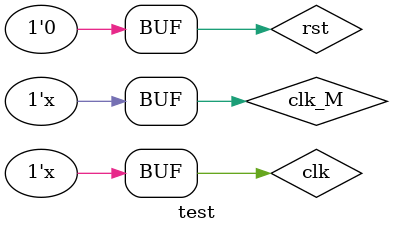
<source format=v>
`timescale 1ns / 1ps


module test;
	// Inputs
	reg clk;
	reg rst;
	reg clk_M;
	// Outputs
	wire OF;
	wire ZF;
	wire [31:0] F;
	wire [2:0] ALU_OP;
	wire [31:0] M_R_Data;
	wire [1:0] w_r_s;
	wire imm_s;
	wire rt_imm_s;
	wire Mem_Write;
	wire Write_Reg;
	wire [31:0] PC;
	wire [1:0] PC_s;
	wire [31:0] R_Data_B;
	wire [31:0] Inst_code;
	CPU uut (
		.clk(clk), 
		.rst(rst), 
		.OF(OF), 
		.ZF(ZF), 
		.F(F), 
		.ALU_OP(ALU_OP), 
		.M_R_Data(M_R_Data), 
		.w_r_s(w_r_s), 
		.imm_s(imm_s), 
		.rt_imm_s(rt_imm_s), 
		.Mem_Write(Mem_Write), 
		.Write_Reg(Write_Reg), 
		.PC(PC), 
		.PC_s(PC_s), 
		.clk_M(clk_M), 
		.R_Data_B(R_Data_B), 
		.Inst_code(Inst_code)
	);
	always #4  clk_M = ~clk_M;
	always #16  clk =~clk;
	initial begin
		clk = 0;
		rst = 1;
		clk_M = 0;
		#2;
		rst = 0;
	end
endmodule


</source>
